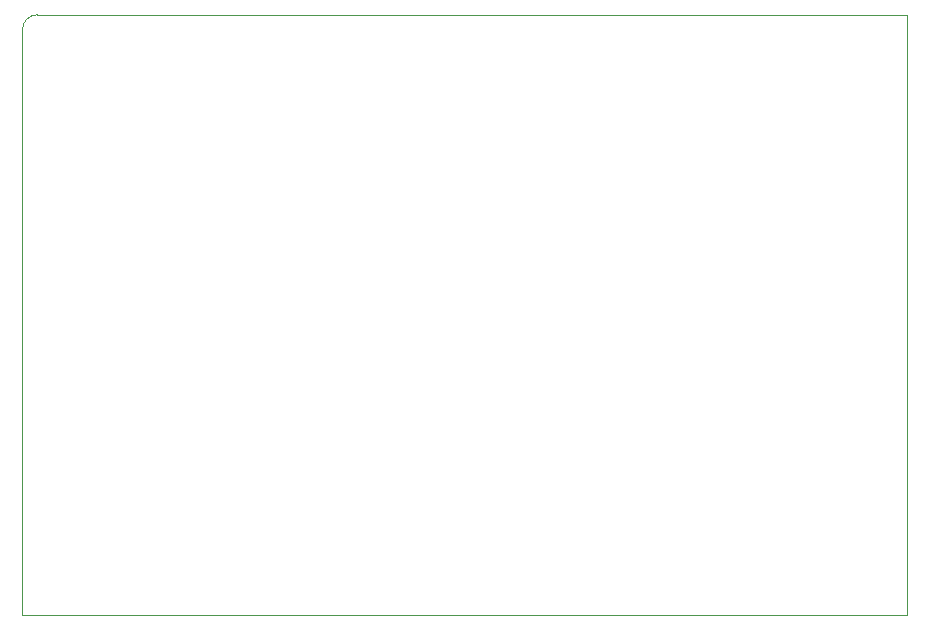
<source format=gbr>
G04 #@! TF.GenerationSoftware,KiCad,Pcbnew,(5.1.0-0)*
G04 #@! TF.CreationDate,2019-11-12T00:37:01-08:00*
G04 #@! TF.ProjectId,ArduinoSerialCard,41726475-696e-46f5-9365-7269616c4361,rev?*
G04 #@! TF.SameCoordinates,Original*
G04 #@! TF.FileFunction,Profile,NP*
%FSLAX46Y46*%
G04 Gerber Fmt 4.6, Leading zero omitted, Abs format (unit mm)*
G04 Created by KiCad (PCBNEW (5.1.0-0)) date 2019-11-12 00:37:01*
%MOMM*%
%LPD*%
G04 APERTURE LIST*
%ADD10C,0.050000*%
G04 APERTURE END LIST*
D10*
X73660000Y-63500000D02*
G75*
G02X74930000Y-62230000I1270000J0D01*
G01*
X73660000Y-113030000D02*
X148590000Y-113030000D01*
X73660000Y-63500000D02*
X73660000Y-113030000D01*
X148590000Y-62230000D02*
X74930000Y-62230000D01*
X148590000Y-113030000D02*
X148590000Y-62230000D01*
M02*

</source>
